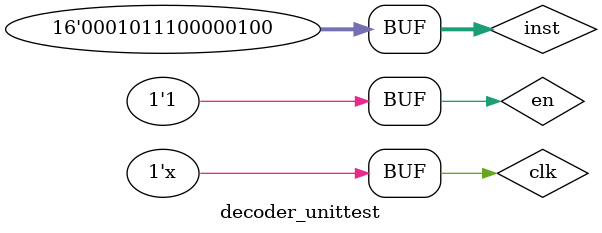
<source format=v>
`timescale 1ns / 1ps

module decoder_unittest();

    reg clk;
    reg en;
    reg [15:0]inst;
    
    wire [4:0]aluop;
    wire [2:0]selA;
    wire [2:0]selB;
    wire [2:0]selD;
    wire [15:0]imm;
    wire regwe;

inst_dec inst_unit(
    clk,
    en,
    inst,
    aluop,
    selA,
    selB,
    selD,
    imm,
    regwe 
);

initial begin
    clk <= 0;
    en <=0;
    inst <= 0;
    
    #10;
    inst = 16'b0001011100000100;
    
    #10;
    en = 1; 
end

always begin
    #5;
    clk = ~clk;
end

endmodule

</source>
